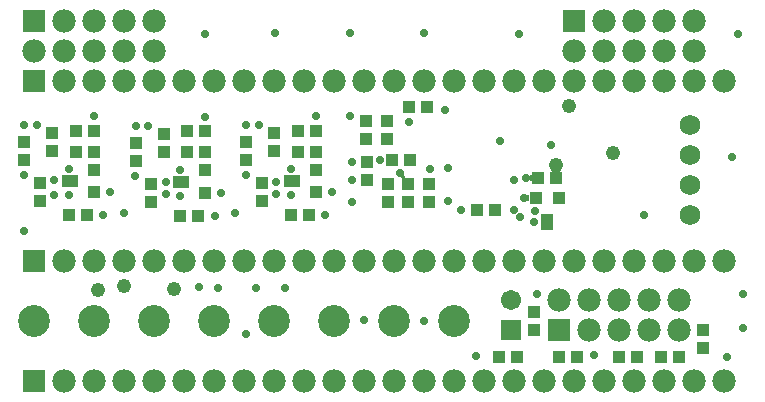
<source format=gbs>
G04 Layer_Color=16711935*
%FSLAX25Y25*%
%MOIN*%
G70*
G01*
G75*
%ADD23C,0.01000*%
%ADD51R,0.04400X0.04000*%
%ADD53R,0.04000X0.04400*%
%ADD56R,0.04400X0.04400*%
%ADD57R,0.04400X0.05800*%
%ADD59C,0.10642*%
%ADD60R,0.06706X0.06706*%
%ADD61C,0.06706*%
%ADD62C,0.06800*%
%ADD63C,0.07800*%
%ADD64R,0.07800X0.07800*%
%ADD65C,0.02800*%
%ADD66C,0.04800*%
%ADD67R,0.03000X0.02000*%
%ADD68R,0.01000X0.02000*%
%ADD69R,0.01100X0.02000*%
%ADD70R,0.04400X0.04400*%
%ADD71R,0.05800X0.04400*%
D23*
X121800Y68800D02*
Y69400D01*
Y68800D02*
Y69100D01*
Y68800D02*
X123100Y67500D01*
D51*
X56800Y76100D02*
D03*
X50800D02*
D03*
X56800Y83100D02*
D03*
X50800D02*
D03*
X125000Y91100D02*
D03*
X131000D02*
D03*
X153500Y57000D02*
D03*
X147500D02*
D03*
X17500Y55100D02*
D03*
X11500D02*
D03*
X91500D02*
D03*
X85500D02*
D03*
X54600Y54900D02*
D03*
X48600D02*
D03*
X93700Y83300D02*
D03*
X87700D02*
D03*
X93700Y76300D02*
D03*
X87700D02*
D03*
X19700Y83300D02*
D03*
X13700D02*
D03*
X19700Y76300D02*
D03*
X13700D02*
D03*
X215000Y8000D02*
D03*
X209000D02*
D03*
X195000D02*
D03*
X201000D02*
D03*
X181000D02*
D03*
X175000D02*
D03*
X155000D02*
D03*
X161000D02*
D03*
X125300Y73500D02*
D03*
X119300D02*
D03*
X168000Y67500D02*
D03*
X174000D02*
D03*
D53*
X43100Y76400D02*
D03*
Y82400D02*
D03*
X110500Y86600D02*
D03*
Y80600D02*
D03*
X117400Y86600D02*
D03*
Y80600D02*
D03*
X166600Y22900D02*
D03*
Y16900D02*
D03*
X38800Y59600D02*
D03*
Y65600D02*
D03*
X33700Y73400D02*
D03*
Y79400D02*
D03*
X70600Y73600D02*
D03*
Y79600D02*
D03*
X75700Y59800D02*
D03*
Y65800D02*
D03*
X80000Y76600D02*
D03*
Y82600D02*
D03*
X-3400Y73600D02*
D03*
Y79600D02*
D03*
X1700Y59800D02*
D03*
Y65800D02*
D03*
X6000Y76600D02*
D03*
Y82600D02*
D03*
X223000Y11000D02*
D03*
Y17000D02*
D03*
X110700Y66900D02*
D03*
Y72900D02*
D03*
X118000Y59700D02*
D03*
Y65700D02*
D03*
X124600Y59700D02*
D03*
Y65700D02*
D03*
X131400D02*
D03*
Y59700D02*
D03*
D56*
X174700Y61000D02*
D03*
X167200D02*
D03*
D57*
X171000Y53000D02*
D03*
D59*
X60000Y20000D02*
D03*
X40000D02*
D03*
X20000D02*
D03*
X80000D02*
D03*
X100000D02*
D03*
X0D02*
D03*
X120000D02*
D03*
X140000D02*
D03*
D60*
X159000Y17000D02*
D03*
D61*
Y27000D02*
D03*
D62*
X218500Y85100D02*
D03*
Y75100D02*
D03*
Y65100D02*
D03*
Y55100D02*
D03*
D63*
X180000Y110000D02*
D03*
X190000D02*
D03*
X200000D02*
D03*
Y120000D02*
D03*
X190000D02*
D03*
X210000D02*
D03*
X220000D02*
D03*
Y110000D02*
D03*
X210000D02*
D03*
X0D02*
D03*
X10000D02*
D03*
X20000D02*
D03*
Y120000D02*
D03*
X10000D02*
D03*
X30000D02*
D03*
X40000D02*
D03*
Y110000D02*
D03*
X30000D02*
D03*
X220000Y100000D02*
D03*
X210000D02*
D03*
X200000D02*
D03*
X190000D02*
D03*
X180000D02*
D03*
X170000D02*
D03*
X160000D02*
D03*
X150000D02*
D03*
X140000D02*
D03*
X130000D02*
D03*
X120000D02*
D03*
X110000D02*
D03*
X100000D02*
D03*
X90000D02*
D03*
X80000D02*
D03*
X70000D02*
D03*
X60000D02*
D03*
X50000D02*
D03*
X40000D02*
D03*
X30000D02*
D03*
X20000D02*
D03*
X10000D02*
D03*
X230000D02*
D03*
X220000Y0D02*
D03*
X210000D02*
D03*
X200000D02*
D03*
X190000D02*
D03*
X180000D02*
D03*
X170000D02*
D03*
X160000D02*
D03*
X150000D02*
D03*
X140000D02*
D03*
X130000D02*
D03*
X120000D02*
D03*
X110000D02*
D03*
X100000D02*
D03*
X90000D02*
D03*
X80000D02*
D03*
X70000D02*
D03*
X60000D02*
D03*
X50000D02*
D03*
X40000D02*
D03*
X30000D02*
D03*
X20000D02*
D03*
X10000D02*
D03*
X230000D02*
D03*
X175000Y27000D02*
D03*
X185000D02*
D03*
X195000D02*
D03*
Y17000D02*
D03*
X185000D02*
D03*
X205000D02*
D03*
X215000D02*
D03*
Y27000D02*
D03*
X205000D02*
D03*
X230000Y40000D02*
D03*
X10000D02*
D03*
X20000D02*
D03*
X30000D02*
D03*
X40000D02*
D03*
X50000D02*
D03*
X60000D02*
D03*
X70000D02*
D03*
X80000D02*
D03*
X90000D02*
D03*
X100000D02*
D03*
X110000D02*
D03*
X120000D02*
D03*
X130000D02*
D03*
X140000D02*
D03*
X150000D02*
D03*
X160000D02*
D03*
X170000D02*
D03*
X180000D02*
D03*
X190000D02*
D03*
X200000D02*
D03*
X210000D02*
D03*
X220000D02*
D03*
D64*
X180000Y120000D02*
D03*
X0D02*
D03*
Y100000D02*
D03*
Y0D02*
D03*
X175000Y17000D02*
D03*
X0Y40000D02*
D03*
D65*
X48600Y70400D02*
D03*
Y61700D02*
D03*
X33700Y85000D02*
D03*
X33600Y68300D02*
D03*
X56800Y87900D02*
D03*
X62300Y62600D02*
D03*
X60100Y54900D02*
D03*
X43700Y62100D02*
D03*
X105900Y72900D02*
D03*
Y66900D02*
D03*
X131700Y70600D02*
D03*
X38000Y85000D02*
D03*
X97000Y55100D02*
D03*
X85500Y61900D02*
D03*
X70500Y68500D02*
D03*
X70600Y85200D02*
D03*
X93700Y88100D02*
D03*
X99200Y62800D02*
D03*
X85500Y70600D02*
D03*
X80600Y62300D02*
D03*
Y66400D02*
D03*
X23000Y55100D02*
D03*
X11500Y61900D02*
D03*
X-3500Y68500D02*
D03*
X-3400Y85200D02*
D03*
X19700Y88100D02*
D03*
X25200Y62800D02*
D03*
X11500Y70600D02*
D03*
X900Y85200D02*
D03*
X186500Y8500D02*
D03*
X231000Y8000D02*
D03*
X43700Y66200D02*
D03*
X138000Y71000D02*
D03*
X106000Y59700D02*
D03*
X105100Y88400D02*
D03*
X137000Y90200D02*
D03*
X121800Y69400D02*
D03*
X115100Y73500D02*
D03*
X-3500Y49800D02*
D03*
X30000Y55800D02*
D03*
X66900Y56000D02*
D03*
X167500Y29000D02*
D03*
X159800Y57000D02*
D03*
X162000Y54500D02*
D03*
X159800Y67000D02*
D03*
X166800Y56700D02*
D03*
X163200Y60900D02*
D03*
X164000Y67500D02*
D03*
X142200Y57000D02*
D03*
X166400Y53000D02*
D03*
X74900Y85200D02*
D03*
X54800Y31100D02*
D03*
X74000Y30900D02*
D03*
X83600D02*
D03*
X110000Y20400D02*
D03*
X129900Y20000D02*
D03*
X56700Y115700D02*
D03*
X80200Y116000D02*
D03*
X105100D02*
D03*
X129700D02*
D03*
X161600Y115500D02*
D03*
X203100Y55200D02*
D03*
X236200Y17700D02*
D03*
Y28800D02*
D03*
X172200Y78700D02*
D03*
X234500Y115500D02*
D03*
X61200Y31000D02*
D03*
X70500Y15500D02*
D03*
X232400Y74700D02*
D03*
X155300Y80000D02*
D03*
X6600Y66800D02*
D03*
Y61900D02*
D03*
X137900Y59800D02*
D03*
X125000Y86300D02*
D03*
X147100Y8300D02*
D03*
D66*
X193000Y76000D02*
D03*
X173900Y72000D02*
D03*
X21200Y30400D02*
D03*
X30000Y31500D02*
D03*
X46400Y30550D02*
D03*
X178200Y91600D02*
D03*
D67*
X173900Y69700D02*
D03*
D68*
X165400Y67500D02*
D03*
D69*
X164650Y60900D02*
D03*
D70*
X56800Y62600D02*
D03*
Y70100D02*
D03*
X93700Y62800D02*
D03*
Y70300D02*
D03*
X19700Y62800D02*
D03*
Y70300D02*
D03*
D71*
X48800Y66300D02*
D03*
X85700Y66500D02*
D03*
X11700D02*
D03*
M02*

</source>
